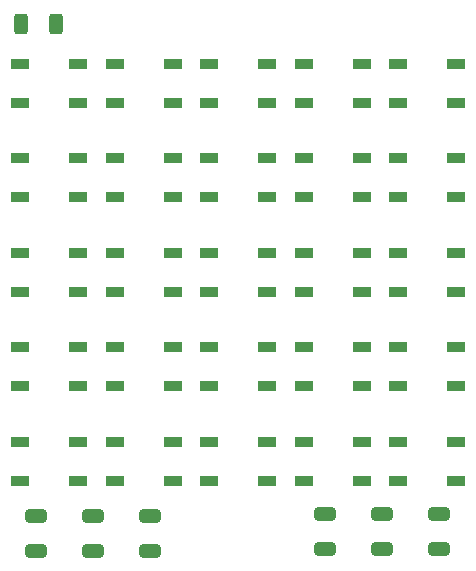
<source format=gtp>
G04 #@! TF.GenerationSoftware,KiCad,Pcbnew,8.0.5*
G04 #@! TF.CreationDate,2024-11-25T19:05:47-05:00*
G04 #@! TF.ProjectId,Neo7SegmentMini,4e656f37-5365-4676-9d65-6e744d696e69,rev?*
G04 #@! TF.SameCoordinates,Original*
G04 #@! TF.FileFunction,Paste,Top*
G04 #@! TF.FilePolarity,Positive*
%FSLAX46Y46*%
G04 Gerber Fmt 4.6, Leading zero omitted, Abs format (unit mm)*
G04 Created by KiCad (PCBNEW 8.0.5) date 2024-11-25 19:05:47*
%MOMM*%
%LPD*%
G01*
G04 APERTURE LIST*
G04 Aperture macros list*
%AMRoundRect*
0 Rectangle with rounded corners*
0 $1 Rounding radius*
0 $2 $3 $4 $5 $6 $7 $8 $9 X,Y pos of 4 corners*
0 Add a 4 corners polygon primitive as box body*
4,1,4,$2,$3,$4,$5,$6,$7,$8,$9,$2,$3,0*
0 Add four circle primitives for the rounded corners*
1,1,$1+$1,$2,$3*
1,1,$1+$1,$4,$5*
1,1,$1+$1,$6,$7*
1,1,$1+$1,$8,$9*
0 Add four rect primitives between the rounded corners*
20,1,$1+$1,$2,$3,$4,$5,0*
20,1,$1+$1,$4,$5,$6,$7,0*
20,1,$1+$1,$6,$7,$8,$9,0*
20,1,$1+$1,$8,$9,$2,$3,0*%
G04 Aperture macros list end*
%ADD10RoundRect,0.250000X-0.650000X0.325000X-0.650000X-0.325000X0.650000X-0.325000X0.650000X0.325000X0*%
%ADD11R,1.500000X0.900000*%
%ADD12RoundRect,0.250000X-0.312500X-0.625000X0.312500X-0.625000X0.312500X0.625000X-0.312500X0.625000X0*%
G04 APERTURE END LIST*
D10*
X165500000Y-94625000D03*
X165500000Y-97575000D03*
D11*
X183400000Y-83650000D03*
X183400000Y-80350000D03*
X178500000Y-80350000D03*
X178500000Y-83650000D03*
X191400000Y-75650000D03*
X191400000Y-72350000D03*
X186500000Y-72350000D03*
X186500000Y-75650000D03*
D10*
X190000000Y-94500000D03*
X190000000Y-97450000D03*
D11*
X167400000Y-59650000D03*
X167400000Y-56350000D03*
X162500000Y-56350000D03*
X162500000Y-59650000D03*
X191400000Y-83650000D03*
X191400000Y-80350000D03*
X186500000Y-80350000D03*
X186500000Y-83650000D03*
X183400000Y-67650000D03*
X183400000Y-64350000D03*
X178500000Y-64350000D03*
X178500000Y-67650000D03*
D10*
X185156250Y-94500000D03*
X185156250Y-97450000D03*
D11*
X175400000Y-59650000D03*
X175400000Y-56350000D03*
X170500000Y-56350000D03*
X170500000Y-59650000D03*
X167400000Y-75650000D03*
X167400000Y-72350000D03*
X162500000Y-72350000D03*
X162500000Y-75650000D03*
X175400000Y-83650000D03*
X175400000Y-80350000D03*
X170500000Y-80350000D03*
X170500000Y-83650000D03*
D10*
X180312500Y-94500000D03*
X180312500Y-97450000D03*
D11*
X183400000Y-75650000D03*
X183400000Y-72350000D03*
X178500000Y-72350000D03*
X178500000Y-75650000D03*
X191400000Y-59650000D03*
X191400000Y-56350000D03*
X186500000Y-56350000D03*
X186500000Y-59650000D03*
X167400000Y-83650000D03*
X167400000Y-80350000D03*
X162500000Y-80350000D03*
X162500000Y-83650000D03*
X191400000Y-67650000D03*
X191400000Y-64350000D03*
X186500000Y-64350000D03*
X186500000Y-67650000D03*
X191400000Y-91650000D03*
X191400000Y-88350000D03*
X186500000Y-88350000D03*
X186500000Y-91650000D03*
X183400000Y-91650000D03*
X183400000Y-88350000D03*
X178500000Y-88350000D03*
X178500000Y-91650000D03*
D10*
X155812500Y-94625000D03*
X155812500Y-97575000D03*
D11*
X159400000Y-83650000D03*
X159400000Y-80350000D03*
X154500000Y-80350000D03*
X154500000Y-83650000D03*
X159400000Y-91650000D03*
X159400000Y-88350000D03*
X154500000Y-88350000D03*
X154500000Y-91650000D03*
X175400000Y-67650000D03*
X175400000Y-64350000D03*
X170500000Y-64350000D03*
X170500000Y-67650000D03*
X159400000Y-75650000D03*
X159400000Y-72350000D03*
X154500000Y-72350000D03*
X154500000Y-75650000D03*
X183400000Y-59650000D03*
X183400000Y-56350000D03*
X178500000Y-56350000D03*
X178500000Y-59650000D03*
X159400000Y-67650000D03*
X159400000Y-64350000D03*
X154500000Y-64350000D03*
X154500000Y-67650000D03*
X175400000Y-75650000D03*
X175400000Y-72350000D03*
X170500000Y-72350000D03*
X170500000Y-75650000D03*
X167400000Y-67650000D03*
X167400000Y-64350000D03*
X162500000Y-64350000D03*
X162500000Y-67650000D03*
X167400000Y-91650000D03*
X167400000Y-88350000D03*
X162500000Y-88350000D03*
X162500000Y-91650000D03*
X175400000Y-91650000D03*
X175400000Y-88350000D03*
X170500000Y-88350000D03*
X170500000Y-91650000D03*
D12*
X154575000Y-53000000D03*
X157500000Y-53000000D03*
D10*
X160656250Y-94625000D03*
X160656250Y-97575000D03*
D11*
X159400000Y-59650000D03*
X159400000Y-56350000D03*
X154500000Y-56350000D03*
X154500000Y-59650000D03*
M02*

</source>
